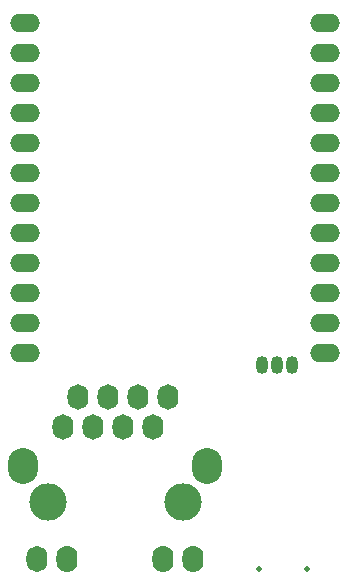
<source format=gbs>
G04 #@! TF.GenerationSoftware,KiCad,Pcbnew,6.0.5-a6ca702e91~116~ubuntu20.04.1*
G04 #@! TF.CreationDate,2024-03-03T00:05:47+03:00*
G04 #@! TF.ProjectId,iot-esp-eth-com,696f742d-6573-4702-9d65-74682d636f6d,rev?*
G04 #@! TF.SameCoordinates,PX3072580PYa990340*
G04 #@! TF.FileFunction,Soldermask,Bot*
G04 #@! TF.FilePolarity,Negative*
%FSLAX46Y46*%
G04 Gerber Fmt 4.6, Leading zero omitted, Abs format (unit mm)*
G04 Created by KiCad (PCBNEW 6.0.5-a6ca702e91~116~ubuntu20.04.1) date 2024-03-03 00:05:47*
%MOMM*%
%LPD*%
G01*
G04 APERTURE LIST*
%ADD10C,0.508000*%
%ADD11O,1.016000X1.524000*%
%ADD12O,2.540000X1.524000*%
%ADD13C,3.175000*%
%ADD14O,1.778000X2.159000*%
%ADD15O,1.778000X2.209800*%
%ADD16O,1.778000X2.286000*%
%ADD17O,2.540000X3.048000*%
G04 APERTURE END LIST*
D10*
G04 #@! TO.C,J81*
X21869400Y3556000D03*
X25882600Y3556000D03*
G04 #@! TD*
D11*
G04 #@! TO.C,J41*
X22098000Y20828000D03*
X23368000Y20828000D03*
X24638000Y20828000D03*
G04 #@! TD*
D12*
G04 #@! TO.C,J52*
X27432000Y49784000D03*
X27432000Y47244000D03*
X27432000Y44704000D03*
X27432000Y42164000D03*
X27432000Y39624000D03*
X27432000Y37084000D03*
X27432000Y34544000D03*
X27432000Y32004000D03*
X27432000Y29464000D03*
X27432000Y26924000D03*
X27432000Y24384000D03*
X27432000Y21844000D03*
G04 #@! TD*
G04 #@! TO.C,J51*
X2032000Y49784000D03*
X2032000Y47244000D03*
X2032000Y44704000D03*
X2032000Y42164000D03*
X2032000Y39624000D03*
X2032000Y37084000D03*
X2032000Y34544000D03*
X2032000Y32004000D03*
X2032000Y29464000D03*
X2032000Y26924000D03*
X2032000Y24384000D03*
X2032000Y21844000D03*
G04 #@! TD*
D13*
G04 #@! TO.C,J61*
X15367000Y9271000D03*
X3937000Y9271000D03*
D14*
X5207000Y15621000D03*
X6477000Y18161000D03*
X7747000Y15621000D03*
X9017000Y18161000D03*
X10287000Y15621000D03*
X11557000Y18161000D03*
X12827000Y15621000D03*
X14097000Y18161000D03*
D15*
X3048000Y4445000D03*
D16*
X5588000Y4445000D03*
X13716000Y4445000D03*
X16256000Y4445000D03*
D17*
X17424400Y12319000D03*
X1879600Y12319000D03*
G04 #@! TD*
M02*

</source>
